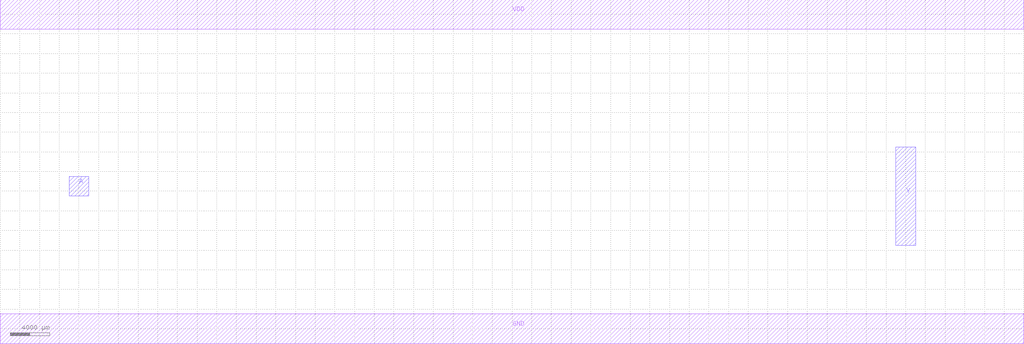
<source format=lef>
MACRO CLKBUF2
 CLASS CORE ;
 ORIGIN 0 0 ;
 FOREIGN CLKBUF2 0 0 ;
 SITE CORE ;
 SYMMETRY X Y R90 ;
  PIN VDD
   DIRECTION INOUT ;
   USE SIGNAL ;
   SHAPE ABUTMENT ;
    PORT
     CLASS CORE ;
       LAYER metal1 ;
        RECT 0.00000000 30500.00000000 104000.00000000 33500.00000000 ;
    END
  END VDD

  PIN GND
   DIRECTION INOUT ;
   USE SIGNAL ;
   SHAPE ABUTMENT ;
    PORT
     CLASS CORE ;
       LAYER metal1 ;
        RECT 0.00000000 -1500.00000000 104000.00000000 1500.00000000 ;
    END
  END GND

  PIN A
   DIRECTION INOUT ;
   USE SIGNAL ;
   SHAPE ABUTMENT ;
    PORT
     CLASS CORE ;
       LAYER metal2 ;
        RECT 7000.00000000 13500.00000000 9000.00000000 15500.00000000 ;
    END
  END A

  PIN Y
   DIRECTION INOUT ;
   USE SIGNAL ;
   SHAPE ABUTMENT ;
    PORT
     CLASS CORE ;
       LAYER metal2 ;
        RECT 91000.00000000 8500.00000000 93000.00000000 18500.00000000 ;
    END
  END Y


END CLKBUF2

</source>
